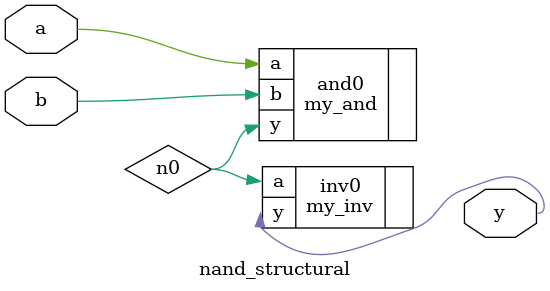
<source format=v>
module nand_structural (
	input		a,
	input		b,
	output	y
	);
	
	wire n0;
	
	my_and and0 (
		.a	(a),
		.b (b),
		.y (n0)
	);
	
	my_inv inv0 (
		.a	(n0),
		.y	(y)
	);
	
endmodule

</source>
